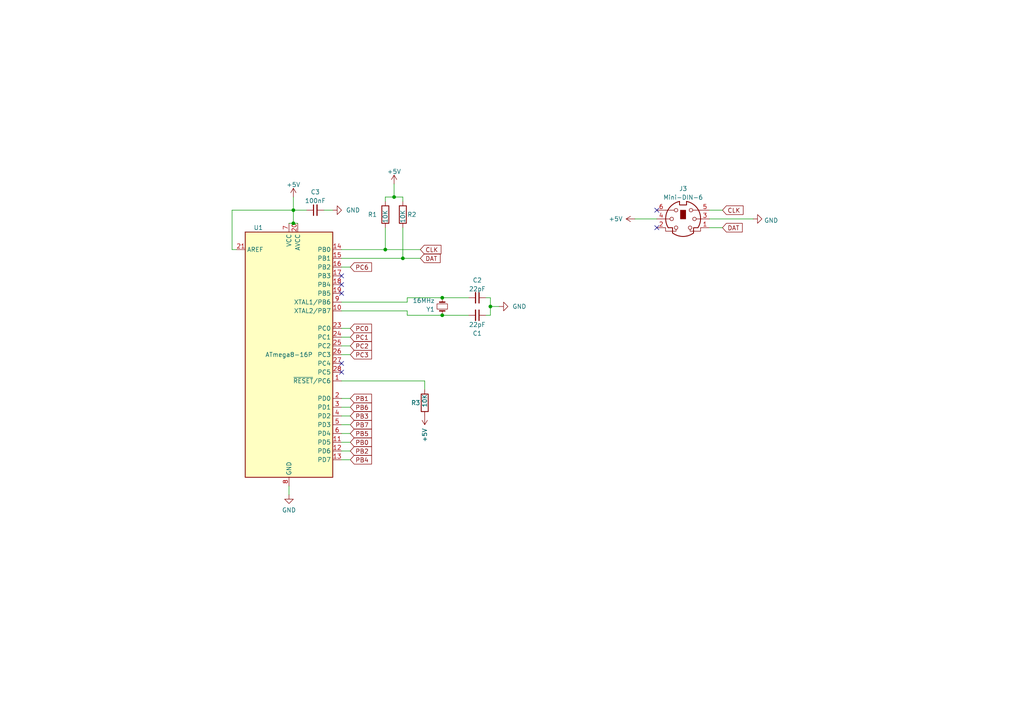
<source format=kicad_sch>
(kicad_sch (version 20211123) (generator eeschema)

  (uuid b3120609-1061-45d1-8bcb-14b4086c66f0)

  (paper "A4")

  (lib_symbols
    (symbol "Connector:Mini-DIN-6" (pin_names (offset 1.016)) (in_bom yes) (on_board yes)
      (property "Reference" "J" (id 0) (at 0 6.35 0)
        (effects (font (size 1.27 1.27)))
      )
      (property "Value" "Mini-DIN-6" (id 1) (at 0 -6.35 0)
        (effects (font (size 1.27 1.27)))
      )
      (property "Footprint" "" (id 2) (at 0 0 0)
        (effects (font (size 1.27 1.27)) hide)
      )
      (property "Datasheet" "http://service.powerdynamics.com/ec/Catalog17/Section%2011.pdf" (id 3) (at 0 0 0)
        (effects (font (size 1.27 1.27)) hide)
      )
      (property "ki_keywords" "Mini-DIN" (id 4) (at 0 0 0)
        (effects (font (size 1.27 1.27)) hide)
      )
      (property "ki_description" "6-pin Mini-DIN connector" (id 5) (at 0 0 0)
        (effects (font (size 1.27 1.27)) hide)
      )
      (property "ki_fp_filters" "MINI?DIN*" (id 6) (at 0 0 0)
        (effects (font (size 1.27 1.27)) hide)
      )
      (symbol "Mini-DIN-6_0_1"
        (circle (center -3.302 0) (radius 0.508)
          (stroke (width 0) (type default) (color 0 0 0 0))
          (fill (type none))
        )
        (arc (start -3.048 -4.064) (mid 0 -5.08) (end 3.048 -4.064)
          (stroke (width 0.254) (type default) (color 0 0 0 0))
          (fill (type none))
        )
        (circle (center -2.032 -2.54) (radius 0.508)
          (stroke (width 0) (type default) (color 0 0 0 0))
          (fill (type none))
        )
        (circle (center -2.032 2.54) (radius 0.508)
          (stroke (width 0) (type default) (color 0 0 0 0))
          (fill (type none))
        )
        (arc (start -1.016 5.08) (mid -4.6228 2.1214) (end -4.318 -2.54)
          (stroke (width 0.254) (type default) (color 0 0 0 0))
          (fill (type none))
        )
        (rectangle (start -0.762 2.54) (end 0.762 0)
          (stroke (width 0) (type default) (color 0 0 0 0))
          (fill (type outline))
        )
        (polyline
          (pts
            (xy -3.81 0)
            (xy -5.08 0)
          )
          (stroke (width 0) (type default) (color 0 0 0 0))
          (fill (type none))
        )
        (polyline
          (pts
            (xy -2.54 2.54)
            (xy -5.08 2.54)
          )
          (stroke (width 0) (type default) (color 0 0 0 0))
          (fill (type none))
        )
        (polyline
          (pts
            (xy 2.794 2.54)
            (xy 5.08 2.54)
          )
          (stroke (width 0) (type default) (color 0 0 0 0))
          (fill (type none))
        )
        (polyline
          (pts
            (xy 5.08 0)
            (xy 3.81 0)
          )
          (stroke (width 0) (type default) (color 0 0 0 0))
          (fill (type none))
        )
        (polyline
          (pts
            (xy -4.318 -2.54)
            (xy -3.048 -2.54)
            (xy -3.048 -4.064)
          )
          (stroke (width 0.254) (type default) (color 0 0 0 0))
          (fill (type none))
        )
        (polyline
          (pts
            (xy 4.318 -2.54)
            (xy 3.048 -2.54)
            (xy 3.048 -4.064)
          )
          (stroke (width 0.254) (type default) (color 0 0 0 0))
          (fill (type none))
        )
        (polyline
          (pts
            (xy -2.032 -3.048)
            (xy -2.032 -3.556)
            (xy -5.08 -3.556)
            (xy -5.08 -2.54)
          )
          (stroke (width 0) (type default) (color 0 0 0 0))
          (fill (type none))
        )
        (polyline
          (pts
            (xy -1.016 5.08)
            (xy -1.016 4.064)
            (xy 1.016 4.064)
            (xy 1.016 5.08)
          )
          (stroke (width 0.254) (type default) (color 0 0 0 0))
          (fill (type none))
        )
        (polyline
          (pts
            (xy 2.032 -3.048)
            (xy 2.032 -3.556)
            (xy 5.08 -3.556)
            (xy 5.08 -2.54)
          )
          (stroke (width 0) (type default) (color 0 0 0 0))
          (fill (type none))
        )
        (circle (center 2.032 -2.54) (radius 0.508)
          (stroke (width 0) (type default) (color 0 0 0 0))
          (fill (type none))
        )
        (circle (center 2.286 2.54) (radius 0.508)
          (stroke (width 0) (type default) (color 0 0 0 0))
          (fill (type none))
        )
        (circle (center 3.302 0) (radius 0.508)
          (stroke (width 0) (type default) (color 0 0 0 0))
          (fill (type none))
        )
        (arc (start 4.318 -2.54) (mid 4.6661 2.1322) (end 1.016 5.08)
          (stroke (width 0.254) (type default) (color 0 0 0 0))
          (fill (type none))
        )
      )
      (symbol "Mini-DIN-6_1_1"
        (pin passive line (at 7.62 -2.54 180) (length 2.54)
          (name "~" (effects (font (size 1.27 1.27))))
          (number "1" (effects (font (size 1.27 1.27))))
        )
        (pin passive line (at -7.62 -2.54 0) (length 2.54)
          (name "~" (effects (font (size 1.27 1.27))))
          (number "2" (effects (font (size 1.27 1.27))))
        )
        (pin passive line (at 7.62 0 180) (length 2.54)
          (name "~" (effects (font (size 1.27 1.27))))
          (number "3" (effects (font (size 1.27 1.27))))
        )
        (pin passive line (at -7.62 0 0) (length 2.54)
          (name "~" (effects (font (size 1.27 1.27))))
          (number "4" (effects (font (size 1.27 1.27))))
        )
        (pin passive line (at 7.62 2.54 180) (length 2.54)
          (name "~" (effects (font (size 1.27 1.27))))
          (number "5" (effects (font (size 1.27 1.27))))
        )
        (pin passive line (at -7.62 2.54 0) (length 2.54)
          (name "~" (effects (font (size 1.27 1.27))))
          (number "6" (effects (font (size 1.27 1.27))))
        )
      )
    )
    (symbol "Device:C_Small" (pin_numbers hide) (pin_names (offset 0.254) hide) (in_bom yes) (on_board yes)
      (property "Reference" "C" (id 0) (at 0.254 1.778 0)
        (effects (font (size 1.27 1.27)) (justify left))
      )
      (property "Value" "C_Small" (id 1) (at 0.254 -2.032 0)
        (effects (font (size 1.27 1.27)) (justify left))
      )
      (property "Footprint" "" (id 2) (at 0 0 0)
        (effects (font (size 1.27 1.27)) hide)
      )
      (property "Datasheet" "~" (id 3) (at 0 0 0)
        (effects (font (size 1.27 1.27)) hide)
      )
      (property "ki_keywords" "capacitor cap" (id 4) (at 0 0 0)
        (effects (font (size 1.27 1.27)) hide)
      )
      (property "ki_description" "Unpolarized capacitor, small symbol" (id 5) (at 0 0 0)
        (effects (font (size 1.27 1.27)) hide)
      )
      (property "ki_fp_filters" "C_*" (id 6) (at 0 0 0)
        (effects (font (size 1.27 1.27)) hide)
      )
      (symbol "C_Small_0_1"
        (polyline
          (pts
            (xy -1.524 -0.508)
            (xy 1.524 -0.508)
          )
          (stroke (width 0.3302) (type default) (color 0 0 0 0))
          (fill (type none))
        )
        (polyline
          (pts
            (xy -1.524 0.508)
            (xy 1.524 0.508)
          )
          (stroke (width 0.3048) (type default) (color 0 0 0 0))
          (fill (type none))
        )
      )
      (symbol "C_Small_1_1"
        (pin passive line (at 0 2.54 270) (length 2.032)
          (name "~" (effects (font (size 1.27 1.27))))
          (number "1" (effects (font (size 1.27 1.27))))
        )
        (pin passive line (at 0 -2.54 90) (length 2.032)
          (name "~" (effects (font (size 1.27 1.27))))
          (number "2" (effects (font (size 1.27 1.27))))
        )
      )
    )
    (symbol "Device:Crystal_Small" (pin_numbers hide) (pin_names (offset 1.016) hide) (in_bom yes) (on_board yes)
      (property "Reference" "Y" (id 0) (at 0 2.54 0)
        (effects (font (size 1.27 1.27)))
      )
      (property "Value" "Crystal_Small" (id 1) (at 0 -2.54 0)
        (effects (font (size 1.27 1.27)))
      )
      (property "Footprint" "" (id 2) (at 0 0 0)
        (effects (font (size 1.27 1.27)) hide)
      )
      (property "Datasheet" "~" (id 3) (at 0 0 0)
        (effects (font (size 1.27 1.27)) hide)
      )
      (property "ki_keywords" "quartz ceramic resonator oscillator" (id 4) (at 0 0 0)
        (effects (font (size 1.27 1.27)) hide)
      )
      (property "ki_description" "Two pin crystal, small symbol" (id 5) (at 0 0 0)
        (effects (font (size 1.27 1.27)) hide)
      )
      (property "ki_fp_filters" "Crystal*" (id 6) (at 0 0 0)
        (effects (font (size 1.27 1.27)) hide)
      )
      (symbol "Crystal_Small_0_1"
        (rectangle (start -0.762 -1.524) (end 0.762 1.524)
          (stroke (width 0) (type default) (color 0 0 0 0))
          (fill (type none))
        )
        (polyline
          (pts
            (xy -1.27 -0.762)
            (xy -1.27 0.762)
          )
          (stroke (width 0.381) (type default) (color 0 0 0 0))
          (fill (type none))
        )
        (polyline
          (pts
            (xy 1.27 -0.762)
            (xy 1.27 0.762)
          )
          (stroke (width 0.381) (type default) (color 0 0 0 0))
          (fill (type none))
        )
      )
      (symbol "Crystal_Small_1_1"
        (pin passive line (at -2.54 0 0) (length 1.27)
          (name "1" (effects (font (size 1.27 1.27))))
          (number "1" (effects (font (size 1.27 1.27))))
        )
        (pin passive line (at 2.54 0 180) (length 1.27)
          (name "2" (effects (font (size 1.27 1.27))))
          (number "2" (effects (font (size 1.27 1.27))))
        )
      )
    )
    (symbol "Device:R" (pin_numbers hide) (pin_names (offset 0)) (in_bom yes) (on_board yes)
      (property "Reference" "R" (id 0) (at 2.032 0 90)
        (effects (font (size 1.27 1.27)))
      )
      (property "Value" "R" (id 1) (at 0 0 90)
        (effects (font (size 1.27 1.27)))
      )
      (property "Footprint" "" (id 2) (at -1.778 0 90)
        (effects (font (size 1.27 1.27)) hide)
      )
      (property "Datasheet" "~" (id 3) (at 0 0 0)
        (effects (font (size 1.27 1.27)) hide)
      )
      (property "ki_keywords" "R res resistor" (id 4) (at 0 0 0)
        (effects (font (size 1.27 1.27)) hide)
      )
      (property "ki_description" "Resistor" (id 5) (at 0 0 0)
        (effects (font (size 1.27 1.27)) hide)
      )
      (property "ki_fp_filters" "R_*" (id 6) (at 0 0 0)
        (effects (font (size 1.27 1.27)) hide)
      )
      (symbol "R_0_1"
        (rectangle (start -1.016 -2.54) (end 1.016 2.54)
          (stroke (width 0.254) (type default) (color 0 0 0 0))
          (fill (type none))
        )
      )
      (symbol "R_1_1"
        (pin passive line (at 0 3.81 270) (length 1.27)
          (name "~" (effects (font (size 1.27 1.27))))
          (number "1" (effects (font (size 1.27 1.27))))
        )
        (pin passive line (at 0 -3.81 90) (length 1.27)
          (name "~" (effects (font (size 1.27 1.27))))
          (number "2" (effects (font (size 1.27 1.27))))
        )
      )
    )
    (symbol "MCU_Microchip_ATmega:ATmega328P-P" (in_bom yes) (on_board yes)
      (property "Reference" "U" (id 0) (at -12.7 36.83 0)
        (effects (font (size 1.27 1.27)) (justify left bottom))
      )
      (property "Value" "ATmega328P-P" (id 1) (at 2.54 -36.83 0)
        (effects (font (size 1.27 1.27)) (justify left top))
      )
      (property "Footprint" "Package_DIP:DIP-28_W7.62mm" (id 2) (at 0 0 0)
        (effects (font (size 1.27 1.27) italic) hide)
      )
      (property "Datasheet" "http://ww1.microchip.com/downloads/en/DeviceDoc/ATmega328_P%20AVR%20MCU%20with%20picoPower%20Technology%20Data%20Sheet%2040001984A.pdf" (id 3) (at 0 0 0)
        (effects (font (size 1.27 1.27)) hide)
      )
      (property "ki_keywords" "AVR 8bit Microcontroller MegaAVR PicoPower" (id 4) (at 0 0 0)
        (effects (font (size 1.27 1.27)) hide)
      )
      (property "ki_description" "20MHz, 32kB Flash, 2kB SRAM, 1kB EEPROM, DIP-28" (id 5) (at 0 0 0)
        (effects (font (size 1.27 1.27)) hide)
      )
      (property "ki_fp_filters" "DIP*W7.62mm*" (id 6) (at 0 0 0)
        (effects (font (size 1.27 1.27)) hide)
      )
      (symbol "ATmega328P-P_0_1"
        (rectangle (start -12.7 -35.56) (end 12.7 35.56)
          (stroke (width 0.254) (type default) (color 0 0 0 0))
          (fill (type background))
        )
      )
      (symbol "ATmega328P-P_1_1"
        (pin bidirectional line (at 15.24 -7.62 180) (length 2.54)
          (name "~{RESET}/PC6" (effects (font (size 1.27 1.27))))
          (number "1" (effects (font (size 1.27 1.27))))
        )
        (pin bidirectional line (at 15.24 12.7 180) (length 2.54)
          (name "XTAL2/PB7" (effects (font (size 1.27 1.27))))
          (number "10" (effects (font (size 1.27 1.27))))
        )
        (pin bidirectional line (at 15.24 -25.4 180) (length 2.54)
          (name "PD5" (effects (font (size 1.27 1.27))))
          (number "11" (effects (font (size 1.27 1.27))))
        )
        (pin bidirectional line (at 15.24 -27.94 180) (length 2.54)
          (name "PD6" (effects (font (size 1.27 1.27))))
          (number "12" (effects (font (size 1.27 1.27))))
        )
        (pin bidirectional line (at 15.24 -30.48 180) (length 2.54)
          (name "PD7" (effects (font (size 1.27 1.27))))
          (number "13" (effects (font (size 1.27 1.27))))
        )
        (pin bidirectional line (at 15.24 30.48 180) (length 2.54)
          (name "PB0" (effects (font (size 1.27 1.27))))
          (number "14" (effects (font (size 1.27 1.27))))
        )
        (pin bidirectional line (at 15.24 27.94 180) (length 2.54)
          (name "PB1" (effects (font (size 1.27 1.27))))
          (number "15" (effects (font (size 1.27 1.27))))
        )
        (pin bidirectional line (at 15.24 25.4 180) (length 2.54)
          (name "PB2" (effects (font (size 1.27 1.27))))
          (number "16" (effects (font (size 1.27 1.27))))
        )
        (pin bidirectional line (at 15.24 22.86 180) (length 2.54)
          (name "PB3" (effects (font (size 1.27 1.27))))
          (number "17" (effects (font (size 1.27 1.27))))
        )
        (pin bidirectional line (at 15.24 20.32 180) (length 2.54)
          (name "PB4" (effects (font (size 1.27 1.27))))
          (number "18" (effects (font (size 1.27 1.27))))
        )
        (pin bidirectional line (at 15.24 17.78 180) (length 2.54)
          (name "PB5" (effects (font (size 1.27 1.27))))
          (number "19" (effects (font (size 1.27 1.27))))
        )
        (pin bidirectional line (at 15.24 -12.7 180) (length 2.54)
          (name "PD0" (effects (font (size 1.27 1.27))))
          (number "2" (effects (font (size 1.27 1.27))))
        )
        (pin power_in line (at 2.54 38.1 270) (length 2.54)
          (name "AVCC" (effects (font (size 1.27 1.27))))
          (number "20" (effects (font (size 1.27 1.27))))
        )
        (pin passive line (at -15.24 30.48 0) (length 2.54)
          (name "AREF" (effects (font (size 1.27 1.27))))
          (number "21" (effects (font (size 1.27 1.27))))
        )
        (pin passive line (at 0 -38.1 90) (length 2.54) hide
          (name "GND" (effects (font (size 1.27 1.27))))
          (number "22" (effects (font (size 1.27 1.27))))
        )
        (pin bidirectional line (at 15.24 7.62 180) (length 2.54)
          (name "PC0" (effects (font (size 1.27 1.27))))
          (number "23" (effects (font (size 1.27 1.27))))
        )
        (pin bidirectional line (at 15.24 5.08 180) (length 2.54)
          (name "PC1" (effects (font (size 1.27 1.27))))
          (number "24" (effects (font (size 1.27 1.27))))
        )
        (pin bidirectional line (at 15.24 2.54 180) (length 2.54)
          (name "PC2" (effects (font (size 1.27 1.27))))
          (number "25" (effects (font (size 1.27 1.27))))
        )
        (pin bidirectional line (at 15.24 0 180) (length 2.54)
          (name "PC3" (effects (font (size 1.27 1.27))))
          (number "26" (effects (font (size 1.27 1.27))))
        )
        (pin bidirectional line (at 15.24 -2.54 180) (length 2.54)
          (name "PC4" (effects (font (size 1.27 1.27))))
          (number "27" (effects (font (size 1.27 1.27))))
        )
        (pin bidirectional line (at 15.24 -5.08 180) (length 2.54)
          (name "PC5" (effects (font (size 1.27 1.27))))
          (number "28" (effects (font (size 1.27 1.27))))
        )
        (pin bidirectional line (at 15.24 -15.24 180) (length 2.54)
          (name "PD1" (effects (font (size 1.27 1.27))))
          (number "3" (effects (font (size 1.27 1.27))))
        )
        (pin bidirectional line (at 15.24 -17.78 180) (length 2.54)
          (name "PD2" (effects (font (size 1.27 1.27))))
          (number "4" (effects (font (size 1.27 1.27))))
        )
        (pin bidirectional line (at 15.24 -20.32 180) (length 2.54)
          (name "PD3" (effects (font (size 1.27 1.27))))
          (number "5" (effects (font (size 1.27 1.27))))
        )
        (pin bidirectional line (at 15.24 -22.86 180) (length 2.54)
          (name "PD4" (effects (font (size 1.27 1.27))))
          (number "6" (effects (font (size 1.27 1.27))))
        )
        (pin power_in line (at 0 38.1 270) (length 2.54)
          (name "VCC" (effects (font (size 1.27 1.27))))
          (number "7" (effects (font (size 1.27 1.27))))
        )
        (pin power_in line (at 0 -38.1 90) (length 2.54)
          (name "GND" (effects (font (size 1.27 1.27))))
          (number "8" (effects (font (size 1.27 1.27))))
        )
        (pin bidirectional line (at 15.24 15.24 180) (length 2.54)
          (name "XTAL1/PB6" (effects (font (size 1.27 1.27))))
          (number "9" (effects (font (size 1.27 1.27))))
        )
      )
    )
    (symbol "power:+5V" (power) (pin_names (offset 0)) (in_bom yes) (on_board yes)
      (property "Reference" "#PWR" (id 0) (at 0 -3.81 0)
        (effects (font (size 1.27 1.27)) hide)
      )
      (property "Value" "+5V" (id 1) (at 0 3.556 0)
        (effects (font (size 1.27 1.27)))
      )
      (property "Footprint" "" (id 2) (at 0 0 0)
        (effects (font (size 1.27 1.27)) hide)
      )
      (property "Datasheet" "" (id 3) (at 0 0 0)
        (effects (font (size 1.27 1.27)) hide)
      )
      (property "ki_keywords" "power-flag" (id 4) (at 0 0 0)
        (effects (font (size 1.27 1.27)) hide)
      )
      (property "ki_description" "Power symbol creates a global label with name \"+5V\"" (id 5) (at 0 0 0)
        (effects (font (size 1.27 1.27)) hide)
      )
      (symbol "+5V_0_1"
        (polyline
          (pts
            (xy -0.762 1.27)
            (xy 0 2.54)
          )
          (stroke (width 0) (type default) (color 0 0 0 0))
          (fill (type none))
        )
        (polyline
          (pts
            (xy 0 0)
            (xy 0 2.54)
          )
          (stroke (width 0) (type default) (color 0 0 0 0))
          (fill (type none))
        )
        (polyline
          (pts
            (xy 0 2.54)
            (xy 0.762 1.27)
          )
          (stroke (width 0) (type default) (color 0 0 0 0))
          (fill (type none))
        )
      )
      (symbol "+5V_1_1"
        (pin power_in line (at 0 0 90) (length 0) hide
          (name "+5V" (effects (font (size 1.27 1.27))))
          (number "1" (effects (font (size 1.27 1.27))))
        )
      )
    )
    (symbol "power:GND" (power) (pin_names (offset 0)) (in_bom yes) (on_board yes)
      (property "Reference" "#PWR" (id 0) (at 0 -6.35 0)
        (effects (font (size 1.27 1.27)) hide)
      )
      (property "Value" "GND" (id 1) (at 0 -3.81 0)
        (effects (font (size 1.27 1.27)))
      )
      (property "Footprint" "" (id 2) (at 0 0 0)
        (effects (font (size 1.27 1.27)) hide)
      )
      (property "Datasheet" "" (id 3) (at 0 0 0)
        (effects (font (size 1.27 1.27)) hide)
      )
      (property "ki_keywords" "power-flag" (id 4) (at 0 0 0)
        (effects (font (size 1.27 1.27)) hide)
      )
      (property "ki_description" "Power symbol creates a global label with name \"GND\" , ground" (id 5) (at 0 0 0)
        (effects (font (size 1.27 1.27)) hide)
      )
      (symbol "GND_0_1"
        (polyline
          (pts
            (xy 0 0)
            (xy 0 -1.27)
            (xy 1.27 -1.27)
            (xy 0 -2.54)
            (xy -1.27 -1.27)
            (xy 0 -1.27)
          )
          (stroke (width 0) (type default) (color 0 0 0 0))
          (fill (type none))
        )
      )
      (symbol "GND_1_1"
        (pin power_in line (at 0 0 270) (length 0) hide
          (name "GND" (effects (font (size 1.27 1.27))))
          (number "1" (effects (font (size 1.27 1.27))))
        )
      )
    )
  )

  (junction (at 128.27 91.44) (diameter 0) (color 0 0 0 0)
    (uuid 03558bf1-0718-47dc-a2e5-9b7f3c6a9c11)
  )
  (junction (at 111.76 72.39) (diameter 0) (color 0 0 0 0)
    (uuid 156fec0e-e94c-43bf-bf31-c7d2a37ae570)
  )
  (junction (at 128.27 86.36) (diameter 0) (color 0 0 0 0)
    (uuid 2262f263-9c8c-4695-9907-2ce2131857d7)
  )
  (junction (at 114.3 57.15) (diameter 0) (color 0 0 0 0)
    (uuid 2d036170-682a-4f88-a33a-83ae9437b435)
  )
  (junction (at 85.09 60.96) (diameter 0) (color 0 0 0 0)
    (uuid 838fea32-3f99-4859-994c-976da3b55767)
  )
  (junction (at 116.84 74.93) (diameter 0) (color 0 0 0 0)
    (uuid af0ff72a-bbb4-4a4b-8d27-2b674139ec8c)
  )
  (junction (at 142.24 88.9) (diameter 0) (color 0 0 0 0)
    (uuid b1a2f73a-4609-418f-a9a8-eb82d48eae9e)
  )
  (junction (at 85.09 64.77) (diameter 0) (color 0 0 0 0)
    (uuid d94a9520-2a19-4d3c-87f9-229ff891315a)
  )

  (no_connect (at 190.5 60.96) (uuid 462e863b-067d-4cba-bfd7-19d8b0876477))
  (no_connect (at 190.5 66.04) (uuid 462e863b-067d-4cba-bfd7-19d8b0876478))
  (no_connect (at 99.06 80.01) (uuid ac59e6cd-4cab-4cd4-a112-c1e59c65474e))
  (no_connect (at 99.06 85.09) (uuid ac59e6cd-4cab-4cd4-a112-c1e59c65474f))
  (no_connect (at 99.06 82.55) (uuid ac59e6cd-4cab-4cd4-a112-c1e59c654750))
  (no_connect (at 99.06 105.41) (uuid bcbc59ed-609b-4013-a2fc-e749ef8ef1a1))
  (no_connect (at 99.06 107.95) (uuid bcbc59ed-609b-4013-a2fc-e749ef8ef1a2))

  (wire (pts (xy 99.06 110.49) (xy 123.19 110.49))
    (stroke (width 0) (type default) (color 0 0 0 0))
    (uuid 01a4d32a-d478-4420-86b0-87de6f3762ed)
  )
  (wire (pts (xy 85.09 57.15) (xy 85.09 60.96))
    (stroke (width 0) (type default) (color 0 0 0 0))
    (uuid 02316f26-6fb9-402f-affb-cd2948c69644)
  )
  (wire (pts (xy 99.06 130.81) (xy 101.6 130.81))
    (stroke (width 0) (type default) (color 0 0 0 0))
    (uuid 077bdabc-967b-427a-b96c-d3c32ff317fe)
  )
  (wire (pts (xy 85.09 60.96) (xy 88.9 60.96))
    (stroke (width 0) (type default) (color 0 0 0 0))
    (uuid 07ce8b49-c8e6-493b-869d-45f6c2a8b3dc)
  )
  (wire (pts (xy 85.09 60.96) (xy 85.09 64.77))
    (stroke (width 0) (type default) (color 0 0 0 0))
    (uuid 203c3e2f-29a4-4035-86fe-07465a3745ee)
  )
  (wire (pts (xy 111.76 57.15) (xy 114.3 57.15))
    (stroke (width 0) (type default) (color 0 0 0 0))
    (uuid 209f56aa-b7c4-4a7a-b86d-d00309d20818)
  )
  (wire (pts (xy 114.3 53.34) (xy 114.3 57.15))
    (stroke (width 0) (type default) (color 0 0 0 0))
    (uuid 226f469e-5aca-448e-9da2-c1f3324163eb)
  )
  (wire (pts (xy 99.06 102.87) (xy 101.6 102.87))
    (stroke (width 0) (type default) (color 0 0 0 0))
    (uuid 23b47a25-4844-43b4-95bd-85d6b9fd3b95)
  )
  (wire (pts (xy 99.06 125.73) (xy 101.6 125.73))
    (stroke (width 0) (type default) (color 0 0 0 0))
    (uuid 25e6b87f-ebb1-48dd-be7b-7c2f735b66b9)
  )
  (wire (pts (xy 111.76 72.39) (xy 121.92 72.39))
    (stroke (width 0) (type default) (color 0 0 0 0))
    (uuid 2cf423ce-673a-4d2a-aad4-e4f6d80524ca)
  )
  (wire (pts (xy 142.24 86.36) (xy 140.97 86.36))
    (stroke (width 0) (type default) (color 0 0 0 0))
    (uuid 2e6ce9ba-f409-47cc-9606-88bbf0389fb1)
  )
  (wire (pts (xy 184.15 63.5) (xy 190.5 63.5))
    (stroke (width 0) (type default) (color 0 0 0 0))
    (uuid 32371e60-f5b4-4a2f-8279-a8e3f971a0a1)
  )
  (wire (pts (xy 99.06 123.19) (xy 101.6 123.19))
    (stroke (width 0) (type default) (color 0 0 0 0))
    (uuid 40413d1a-e7e0-4f01-b2bc-ecccd774e768)
  )
  (wire (pts (xy 93.98 60.96) (xy 96.52 60.96))
    (stroke (width 0) (type default) (color 0 0 0 0))
    (uuid 44d97277-ac70-4e59-a399-3c7e808dc6ff)
  )
  (wire (pts (xy 135.89 86.36) (xy 128.27 86.36))
    (stroke (width 0) (type default) (color 0 0 0 0))
    (uuid 46ecfde1-9da7-4c6d-ab59-2d971922c16f)
  )
  (wire (pts (xy 205.74 60.96) (xy 209.55 60.96))
    (stroke (width 0) (type default) (color 0 0 0 0))
    (uuid 5e67d6fb-2467-4636-ace8-88c4364b4f3c)
  )
  (wire (pts (xy 111.76 58.42) (xy 111.76 57.15))
    (stroke (width 0) (type default) (color 0 0 0 0))
    (uuid 61c8f3b4-5e96-466a-b634-d60801419bb9)
  )
  (wire (pts (xy 118.11 86.36) (xy 118.11 87.63))
    (stroke (width 0) (type default) (color 0 0 0 0))
    (uuid 62954bd2-2a75-43c8-94df-dcc38667cd37)
  )
  (wire (pts (xy 99.06 128.27) (xy 101.6 128.27))
    (stroke (width 0) (type default) (color 0 0 0 0))
    (uuid 66b5f195-c6fa-4466-af82-7360ca563010)
  )
  (wire (pts (xy 128.27 86.36) (xy 118.11 86.36))
    (stroke (width 0) (type default) (color 0 0 0 0))
    (uuid 6d484e69-962c-4771-9e0e-b78724bb61ae)
  )
  (wire (pts (xy 67.31 72.39) (xy 67.31 60.96))
    (stroke (width 0) (type default) (color 0 0 0 0))
    (uuid 6fce9951-bf8d-4194-972a-7c4277d692f2)
  )
  (wire (pts (xy 128.27 91.44) (xy 118.11 91.44))
    (stroke (width 0) (type default) (color 0 0 0 0))
    (uuid 74b9b149-d79c-45c4-86e7-a46ca1e780a7)
  )
  (wire (pts (xy 99.06 72.39) (xy 111.76 72.39))
    (stroke (width 0) (type default) (color 0 0 0 0))
    (uuid 78f02afb-7174-4117-b554-600ca90783ce)
  )
  (wire (pts (xy 142.24 91.44) (xy 142.24 88.9))
    (stroke (width 0) (type default) (color 0 0 0 0))
    (uuid 7a6bb416-e05c-4bcc-a51d-3a6825989033)
  )
  (wire (pts (xy 118.11 91.44) (xy 118.11 90.17))
    (stroke (width 0) (type default) (color 0 0 0 0))
    (uuid 7d20c25c-904f-440b-9ffa-2661e2eb5bf8)
  )
  (wire (pts (xy 99.06 97.79) (xy 101.6 97.79))
    (stroke (width 0) (type default) (color 0 0 0 0))
    (uuid 82b59db3-b2b5-489d-baf4-490f2a5aeef2)
  )
  (wire (pts (xy 85.09 64.77) (xy 86.36 64.77))
    (stroke (width 0) (type default) (color 0 0 0 0))
    (uuid 87822490-8dcf-4426-a020-d98f800f8584)
  )
  (wire (pts (xy 116.84 57.15) (xy 116.84 58.42))
    (stroke (width 0) (type default) (color 0 0 0 0))
    (uuid 8c3f5d31-774e-4047-b753-120b9474faf5)
  )
  (wire (pts (xy 99.06 87.63) (xy 118.11 87.63))
    (stroke (width 0) (type default) (color 0 0 0 0))
    (uuid 9101223b-750a-4da9-bc14-27c94fdb8616)
  )
  (wire (pts (xy 83.82 64.77) (xy 85.09 64.77))
    (stroke (width 0) (type default) (color 0 0 0 0))
    (uuid 92cbd58c-929c-4392-9868-0eb1ffed3bfd)
  )
  (wire (pts (xy 99.06 77.47) (xy 101.6 77.47))
    (stroke (width 0) (type default) (color 0 0 0 0))
    (uuid a0704ef3-2dd3-4b0b-9d14-13fa997d3cf9)
  )
  (wire (pts (xy 135.89 91.44) (xy 128.27 91.44))
    (stroke (width 0) (type default) (color 0 0 0 0))
    (uuid a9243194-d951-444e-aebb-1d7a4047321d)
  )
  (wire (pts (xy 68.58 72.39) (xy 67.31 72.39))
    (stroke (width 0) (type default) (color 0 0 0 0))
    (uuid a987596e-8e51-4b52-9e4c-06ae4bddb9dd)
  )
  (wire (pts (xy 99.06 120.65) (xy 101.6 120.65))
    (stroke (width 0) (type default) (color 0 0 0 0))
    (uuid b0a3c0d9-51b7-4728-9a19-0faeacf09a3f)
  )
  (wire (pts (xy 144.78 88.9) (xy 142.24 88.9))
    (stroke (width 0) (type default) (color 0 0 0 0))
    (uuid b84ca3e5-daf5-452e-a9d4-7dcfc06b6a2c)
  )
  (wire (pts (xy 99.06 95.25) (xy 101.6 95.25))
    (stroke (width 0) (type default) (color 0 0 0 0))
    (uuid bf85b41a-1453-421c-8745-9a5016d57021)
  )
  (wire (pts (xy 116.84 74.93) (xy 121.92 74.93))
    (stroke (width 0) (type default) (color 0 0 0 0))
    (uuid cda31d23-00d0-4aa3-b2d1-ac3df18133a2)
  )
  (wire (pts (xy 123.19 113.03) (xy 123.19 110.49))
    (stroke (width 0) (type default) (color 0 0 0 0))
    (uuid cf40a813-6af8-4037-9083-9c0665a81d3e)
  )
  (wire (pts (xy 205.74 63.5) (xy 218.44 63.5))
    (stroke (width 0) (type default) (color 0 0 0 0))
    (uuid d093f2d2-0ca4-4b8e-98ec-81081be9b5ba)
  )
  (wire (pts (xy 99.06 90.17) (xy 118.11 90.17))
    (stroke (width 0) (type default) (color 0 0 0 0))
    (uuid d194ef72-bf9b-46f3-b4b4-6f3e387a4360)
  )
  (wire (pts (xy 116.84 66.04) (xy 116.84 74.93))
    (stroke (width 0) (type default) (color 0 0 0 0))
    (uuid d5bd1425-a4d6-43f0-88f3-f5c0373c1250)
  )
  (wire (pts (xy 142.24 88.9) (xy 142.24 86.36))
    (stroke (width 0) (type default) (color 0 0 0 0))
    (uuid d5f03fa1-f596-479e-9979-8fe9e31ffdcf)
  )
  (wire (pts (xy 99.06 118.11) (xy 101.6 118.11))
    (stroke (width 0) (type default) (color 0 0 0 0))
    (uuid db1d93be-274b-4b48-b700-cfa5322aeb18)
  )
  (wire (pts (xy 99.06 133.35) (xy 101.6 133.35))
    (stroke (width 0) (type default) (color 0 0 0 0))
    (uuid e0680085-2cbd-4a3e-9454-ada42bc6ce9e)
  )
  (wire (pts (xy 205.74 66.04) (xy 209.55 66.04))
    (stroke (width 0) (type default) (color 0 0 0 0))
    (uuid e942d954-87db-485a-bbc5-e8cfd2373146)
  )
  (wire (pts (xy 67.31 60.96) (xy 85.09 60.96))
    (stroke (width 0) (type default) (color 0 0 0 0))
    (uuid e950bd79-3631-4c07-a36d-6d323d16b3bc)
  )
  (wire (pts (xy 99.06 74.93) (xy 116.84 74.93))
    (stroke (width 0) (type default) (color 0 0 0 0))
    (uuid eb447515-5dee-4764-a299-4004e6a49a03)
  )
  (wire (pts (xy 140.97 91.44) (xy 142.24 91.44))
    (stroke (width 0) (type default) (color 0 0 0 0))
    (uuid ecde10da-0eba-462d-80ba-7e587870d291)
  )
  (wire (pts (xy 99.06 100.33) (xy 101.6 100.33))
    (stroke (width 0) (type default) (color 0 0 0 0))
    (uuid ee720737-db21-44d1-acdf-94cbffae5f83)
  )
  (wire (pts (xy 114.3 57.15) (xy 116.84 57.15))
    (stroke (width 0) (type default) (color 0 0 0 0))
    (uuid eee17ca0-0979-49e2-8e95-8737524cb21b)
  )
  (wire (pts (xy 83.82 140.97) (xy 83.82 143.51))
    (stroke (width 0) (type default) (color 0 0 0 0))
    (uuid fd2c96de-ce28-469e-95f7-e4fe92dcdc56)
  )
  (wire (pts (xy 111.76 66.04) (xy 111.76 72.39))
    (stroke (width 0) (type default) (color 0 0 0 0))
    (uuid ffbe8d42-bccb-4f5b-8511-a997c7ca31fa)
  )
  (wire (pts (xy 99.06 115.57) (xy 101.6 115.57))
    (stroke (width 0) (type default) (color 0 0 0 0))
    (uuid ffc8c48a-2ac5-421d-b6d3-eeb77944f177)
  )

  (global_label "PB3" (shape input) (at 101.6 120.65 0) (fields_autoplaced)
    (effects (font (size 1.27 1.27)) (justify left))
    (uuid 01d50f27-f5c4-469f-b6a9-ad546cf35867)
    (property "Intersheet References" "${INTERSHEET_REFS}" (id 0) (at 107.7626 120.5706 0)
      (effects (font (size 1.27 1.27)) (justify left) hide)
    )
  )
  (global_label "PB4" (shape input) (at 101.6 133.35 0) (fields_autoplaced)
    (effects (font (size 1.27 1.27)) (justify left))
    (uuid 107cb21c-2e62-40ee-856b-9b339e6f39c5)
    (property "Intersheet References" "${INTERSHEET_REFS}" (id 0) (at 107.7626 133.2706 0)
      (effects (font (size 1.27 1.27)) (justify left) hide)
    )
  )
  (global_label "PB1" (shape input) (at 101.6 115.57 0) (fields_autoplaced)
    (effects (font (size 1.27 1.27)) (justify left))
    (uuid 1bd00a95-c953-4693-beab-bf4e1e230377)
    (property "Intersheet References" "${INTERSHEET_REFS}" (id 0) (at 107.7626 115.4906 0)
      (effects (font (size 1.27 1.27)) (justify left) hide)
    )
  )
  (global_label "DAT" (shape input) (at 121.92 74.93 0) (fields_autoplaced)
    (effects (font (size 1.27 1.27)) (justify left))
    (uuid 1dc785dc-efda-443e-aeeb-5550e731ad94)
    (property "Intersheet References" "${INTERSHEET_REFS}" (id 0) (at 127.6593 74.8506 0)
      (effects (font (size 1.27 1.27)) (justify left) hide)
    )
  )
  (global_label "PC0" (shape input) (at 101.6 95.25 0) (fields_autoplaced)
    (effects (font (size 1.27 1.27)) (justify left))
    (uuid 28e3e24e-de94-4c98-8fe4-9949148fd5ee)
    (property "Intersheet References" "${INTERSHEET_REFS}" (id 0) (at 107.7626 95.1706 0)
      (effects (font (size 1.27 1.27)) (justify left) hide)
    )
  )
  (global_label "PC1" (shape input) (at 101.6 97.79 0) (fields_autoplaced)
    (effects (font (size 1.27 1.27)) (justify left))
    (uuid 380db1a2-370f-43ed-a0f4-4b97db703fae)
    (property "Intersheet References" "${INTERSHEET_REFS}" (id 0) (at 107.7626 97.7106 0)
      (effects (font (size 1.27 1.27)) (justify left) hide)
    )
  )
  (global_label "DAT" (shape input) (at 209.55 66.04 0) (fields_autoplaced)
    (effects (font (size 1.27 1.27)) (justify left))
    (uuid 4effe461-fd30-4f4a-9b2e-e994f796c85d)
    (property "Intersheet References" "${INTERSHEET_REFS}" (id 0) (at 215.2893 65.9606 0)
      (effects (font (size 1.27 1.27)) (justify left) hide)
    )
  )
  (global_label "PC2" (shape input) (at 101.6 100.33 0) (fields_autoplaced)
    (effects (font (size 1.27 1.27)) (justify left))
    (uuid 56d64de6-e2be-4f03-a635-db38a81c23c3)
    (property "Intersheet References" "${INTERSHEET_REFS}" (id 0) (at 107.7626 100.2506 0)
      (effects (font (size 1.27 1.27)) (justify left) hide)
    )
  )
  (global_label "CLK" (shape input) (at 121.92 72.39 0) (fields_autoplaced)
    (effects (font (size 1.27 1.27)) (justify left))
    (uuid 60086d50-e3d7-41c6-803d-0824ba3f7e1b)
    (property "Intersheet References" "${INTERSHEET_REFS}" (id 0) (at 127.9012 72.3106 0)
      (effects (font (size 1.27 1.27)) (justify left) hide)
    )
  )
  (global_label "PC3" (shape input) (at 101.6 102.87 0) (fields_autoplaced)
    (effects (font (size 1.27 1.27)) (justify left))
    (uuid 746f5074-6049-42a1-a4c8-314f0f72aee4)
    (property "Intersheet References" "${INTERSHEET_REFS}" (id 0) (at 107.7626 102.7906 0)
      (effects (font (size 1.27 1.27)) (justify left) hide)
    )
  )
  (global_label "PC6" (shape input) (at 101.6 77.47 0) (fields_autoplaced)
    (effects (font (size 1.27 1.27)) (justify left))
    (uuid 85dfa5dd-ba3e-4441-9934-949e126c2cfb)
    (property "Intersheet References" "${INTERSHEET_REFS}" (id 0) (at 107.7626 77.3906 0)
      (effects (font (size 1.27 1.27)) (justify left) hide)
    )
  )
  (global_label "PB6" (shape input) (at 101.6 118.11 0) (fields_autoplaced)
    (effects (font (size 1.27 1.27)) (justify left))
    (uuid a9123769-d752-4d2f-9627-8737610fd338)
    (property "Intersheet References" "${INTERSHEET_REFS}" (id 0) (at 107.7626 118.0306 0)
      (effects (font (size 1.27 1.27)) (justify left) hide)
    )
  )
  (global_label "PB2" (shape input) (at 101.6 130.81 0) (fields_autoplaced)
    (effects (font (size 1.27 1.27)) (justify left))
    (uuid b595044e-3ef7-4801-8331-712c17b50000)
    (property "Intersheet References" "${INTERSHEET_REFS}" (id 0) (at 107.7626 130.7306 0)
      (effects (font (size 1.27 1.27)) (justify left) hide)
    )
  )
  (global_label "PB5" (shape input) (at 101.6 125.73 0) (fields_autoplaced)
    (effects (font (size 1.27 1.27)) (justify left))
    (uuid ca7a14ae-d3c1-457a-9ede-3e2861cda6f8)
    (property "Intersheet References" "${INTERSHEET_REFS}" (id 0) (at 107.7626 125.6506 0)
      (effects (font (size 1.27 1.27)) (justify left) hide)
    )
  )
  (global_label "PB0" (shape input) (at 101.6 128.27 0) (fields_autoplaced)
    (effects (font (size 1.27 1.27)) (justify left))
    (uuid e65dcadb-a649-4128-b9f3-42921486e0ce)
    (property "Intersheet References" "${INTERSHEET_REFS}" (id 0) (at 107.7626 128.1906 0)
      (effects (font (size 1.27 1.27)) (justify left) hide)
    )
  )
  (global_label "PB7" (shape input) (at 101.6 123.19 0) (fields_autoplaced)
    (effects (font (size 1.27 1.27)) (justify left))
    (uuid e70375c2-773a-449f-8a57-dfc4c0ce6010)
    (property "Intersheet References" "${INTERSHEET_REFS}" (id 0) (at 107.7626 123.1106 0)
      (effects (font (size 1.27 1.27)) (justify left) hide)
    )
  )
  (global_label "CLK" (shape input) (at 209.55 60.96 0) (fields_autoplaced)
    (effects (font (size 1.27 1.27)) (justify left))
    (uuid eb667643-ea92-4666-be1c-04eb7bec6882)
    (property "Intersheet References" "${INTERSHEET_REFS}" (id 0) (at 215.5312 60.8806 0)
      (effects (font (size 1.27 1.27)) (justify left) hide)
    )
  )

  (symbol (lib_id "Device:C_Small") (at 138.43 86.36 270) (unit 1)
    (in_bom yes) (on_board yes)
    (uuid 0db8e1c0-58e9-4029-b59c-0d83db2672fa)
    (property "Reference" "C42" (id 0) (at 138.43 81.28 90))
    (property "Value" "22pF" (id 1) (at 138.43 83.82 90))
    (property "Footprint" "Capacitor_THT:C_Disc_D5.0mm_W2.5mm_P2.50mm" (id 2) (at 138.43 86.36 0)
      (effects (font (size 1.27 1.27)) hide)
    )
    (property "Datasheet" "~" (id 3) (at 138.43 86.36 0)
      (effects (font (size 1.27 1.27)) hide)
    )
    (pin "1" (uuid d4195a97-e033-4cf5-8383-878c996706fe))
    (pin "2" (uuid 5d269023-ec3c-4b89-8653-f95fadb21552))
  )

  (symbol (lib_id "power:GND") (at 96.52 60.96 90) (unit 1)
    (in_bom yes) (on_board yes)
    (uuid 209afb99-ea00-49df-a0e2-c5e59291e96a)
    (property "Reference" "#PWR04" (id 0) (at 102.87 60.96 0)
      (effects (font (size 1.27 1.27)) hide)
    )
    (property "Value" "" (id 1) (at 100.33 60.96 90)
      (effects (font (size 1.27 1.27)) (justify right))
    )
    (property "Footprint" "" (id 2) (at 96.52 60.96 0)
      (effects (font (size 1.27 1.27)) hide)
    )
    (property "Datasheet" "" (id 3) (at 96.52 60.96 0)
      (effects (font (size 1.27 1.27)) hide)
    )
    (pin "1" (uuid db2b41be-e692-4298-a914-bd2ecc313da4))
  )

  (symbol (lib_id "power:+5V") (at 123.19 120.65 180) (unit 1)
    (in_bom yes) (on_board yes)
    (uuid 3a528203-90ce-4194-9d5e-14d2e894f2a0)
    (property "Reference" "#PWR06" (id 0) (at 123.19 116.84 0)
      (effects (font (size 1.27 1.27)) hide)
    )
    (property "Value" "" (id 1) (at 123.19 128.27 90)
      (effects (font (size 1.27 1.27)) (justify right))
    )
    (property "Footprint" "" (id 2) (at 123.19 120.65 0)
      (effects (font (size 1.27 1.27)) hide)
    )
    (property "Datasheet" "" (id 3) (at 123.19 120.65 0)
      (effects (font (size 1.27 1.27)) hide)
    )
    (pin "1" (uuid 475e4d16-1f83-40c2-a4a5-68ae356672f8))
  )

  (symbol (lib_id "power:+5V") (at 85.09 57.15 0) (unit 1)
    (in_bom yes) (on_board yes) (fields_autoplaced)
    (uuid 3c277e72-c2a9-47a5-807c-be554b1be2a6)
    (property "Reference" "#PWR02" (id 0) (at 85.09 60.96 0)
      (effects (font (size 1.27 1.27)) hide)
    )
    (property "Value" "" (id 1) (at 85.09 53.5742 0))
    (property "Footprint" "" (id 2) (at 85.09 57.15 0)
      (effects (font (size 1.27 1.27)) hide)
    )
    (property "Datasheet" "" (id 3) (at 85.09 57.15 0)
      (effects (font (size 1.27 1.27)) hide)
    )
    (pin "1" (uuid 064a458d-0807-4e90-b8e3-03d330d82285))
  )

  (symbol (lib_id "power:GND") (at 144.78 88.9 90) (unit 1)
    (in_bom yes) (on_board yes)
    (uuid 5e9e5d31-f01c-412d-acfc-abad46db0a2f)
    (property "Reference" "#PWR0234" (id 0) (at 151.13 88.9 0)
      (effects (font (size 1.27 1.27)) hide)
    )
    (property "Value" "" (id 1) (at 148.59 88.9 90)
      (effects (font (size 1.27 1.27)) (justify right))
    )
    (property "Footprint" "" (id 2) (at 144.78 88.9 0)
      (effects (font (size 1.27 1.27)) hide)
    )
    (property "Datasheet" "" (id 3) (at 144.78 88.9 0)
      (effects (font (size 1.27 1.27)) hide)
    )
    (pin "1" (uuid 97797d4f-7bc9-4f48-9992-b4a72e3fc88a))
  )

  (symbol (lib_id "Device:C_Small") (at 91.44 60.96 90) (unit 1)
    (in_bom yes) (on_board yes) (fields_autoplaced)
    (uuid 71d91041-03c8-4afb-b0e7-ad656c8ddf8d)
    (property "Reference" "C43" (id 0) (at 91.4463 55.6981 90))
    (property "Value" "100nF" (id 1) (at 91.4463 58.235 90))
    (property "Footprint" "Capacitor_THT:C_Disc_D5.0mm_W2.5mm_P2.50mm" (id 2) (at 91.44 60.96 0)
      (effects (font (size 1.27 1.27)) hide)
    )
    (property "Datasheet" "~" (id 3) (at 91.44 60.96 0)
      (effects (font (size 1.27 1.27)) hide)
    )
    (pin "1" (uuid 50ec6ee1-ffa2-4d1d-9a2d-02e5694e341e))
    (pin "2" (uuid 42e923f3-1cd7-469d-9d54-0f99a91ed936))
  )

  (symbol (lib_id "Connector:Mini-DIN-6") (at 198.12 63.5 0) (unit 1)
    (in_bom yes) (on_board yes) (fields_autoplaced)
    (uuid 71eba317-07b4-4363-9c5c-4c2cc8fc82be)
    (property "Reference" "J11" (id 0) (at 198.1377 54.7202 0))
    (property "Value" "Mini-DIN-6" (id 1) (at 198.1377 57.2571 0))
    (property "Footprint" "jff_keyboard_adapter:Connector_Mini-DIN_Female_6Pin_2rows" (id 2) (at 198.12 63.5 0)
      (effects (font (size 1.27 1.27)) hide)
    )
    (property "Datasheet" "http://service.powerdynamics.com/ec/Catalog17/Section%2011.pdf" (id 3) (at 198.12 63.5 0)
      (effects (font (size 1.27 1.27)) hide)
    )
    (pin "1" (uuid 92cebb48-3ede-4702-8da4-b1c92879e4f9))
    (pin "2" (uuid 6c020a1f-211e-4848-bba1-0e99d5803ba5))
    (pin "3" (uuid 4c648137-ab4d-4e29-945e-445e8a2b3ae0))
    (pin "4" (uuid b5b41eb9-beb1-466f-9326-b82f7d85989b))
    (pin "5" (uuid b33a3b8e-11e2-4176-a183-a9c469c321f8))
    (pin "6" (uuid 80a05269-44e2-4034-bf31-b71c32a5ef32))
  )

  (symbol (lib_id "power:+5V") (at 184.15 63.5 90) (unit 1)
    (in_bom yes) (on_board yes)
    (uuid 84ae8cd7-dec7-4a36-b545-abe965bd3ed9)
    (property "Reference" "#PWR07" (id 0) (at 187.96 63.5 0)
      (effects (font (size 1.27 1.27)) hide)
    )
    (property "Value" "" (id 1) (at 176.53 63.5 90)
      (effects (font (size 1.27 1.27)) (justify right))
    )
    (property "Footprint" "" (id 2) (at 184.15 63.5 0)
      (effects (font (size 1.27 1.27)) hide)
    )
    (property "Datasheet" "" (id 3) (at 184.15 63.5 0)
      (effects (font (size 1.27 1.27)) hide)
    )
    (pin "1" (uuid f96050e9-8bbb-4fc0-8ff4-29d1bb886f54))
  )

  (symbol (lib_id "Device:R") (at 123.19 116.84 0) (unit 1)
    (in_bom yes) (on_board yes)
    (uuid ae7efa4b-ccba-4894-a03d-149e3de22fb8)
    (property "Reference" "R44" (id 0) (at 121.92 116.84 0)
      (effects (font (size 1.27 1.27)) (justify right))
    )
    (property "Value" "10K" (id 1) (at 123.19 114.3 90)
      (effects (font (size 1.27 1.27)) (justify right))
    )
    (property "Footprint" "Resistor_THT:R_Axial_DIN0204_L3.6mm_D1.6mm_P7.62mm_Horizontal" (id 2) (at 121.412 116.84 90)
      (effects (font (size 1.27 1.27)) hide)
    )
    (property "Datasheet" "~" (id 3) (at 123.19 116.84 0)
      (effects (font (size 1.27 1.27)) hide)
    )
    (pin "1" (uuid 036248fe-f671-4712-8391-eb582991bc7b))
    (pin "2" (uuid cfb31c63-04fa-4aed-ae59-679c36ad8916))
  )

  (symbol (lib_id "power:GND") (at 83.82 143.51 0) (unit 1)
    (in_bom yes) (on_board yes) (fields_autoplaced)
    (uuid b0e19d17-821a-439e-b164-430ae42e31b0)
    (property "Reference" "#PWR03" (id 0) (at 83.82 149.86 0)
      (effects (font (size 1.27 1.27)) hide)
    )
    (property "Value" "" (id 1) (at 83.82 147.9534 0))
    (property "Footprint" "" (id 2) (at 83.82 143.51 0)
      (effects (font (size 1.27 1.27)) hide)
    )
    (property "Datasheet" "" (id 3) (at 83.82 143.51 0)
      (effects (font (size 1.27 1.27)) hide)
    )
    (pin "1" (uuid 0aaddbaf-b501-4f62-aef8-d32f670dc076))
  )

  (symbol (lib_id "Device:Crystal_Small") (at 128.27 88.9 270) (unit 1)
    (in_bom yes) (on_board yes) (fields_autoplaced)
    (uuid b26d6db2-e710-488d-958a-b25e6deb6213)
    (property "Reference" "Y3" (id 0) (at 126.111 89.7347 90)
      (effects (font (size 1.27 1.27)) (justify right))
    )
    (property "Value" "16MHz" (id 1) (at 126.111 87.1978 90)
      (effects (font (size 1.27 1.27)) (justify right))
    )
    (property "Footprint" "Crystal:Crystal_HC49-U_Vertical" (id 2) (at 128.27 88.9 0)
      (effects (font (size 1.27 1.27)) hide)
    )
    (property "Datasheet" "~" (id 3) (at 128.27 88.9 0)
      (effects (font (size 1.27 1.27)) hide)
    )
    (pin "1" (uuid c46528c6-5f2e-42a7-b84d-b1107fe25c3f))
    (pin "2" (uuid ccd60956-af98-426d-90d8-047fdbaf21af))
  )

  (symbol (lib_id "Device:C_Small") (at 138.43 91.44 270) (unit 1)
    (in_bom yes) (on_board yes) (fields_autoplaced)
    (uuid be34bf89-3a1f-4897-9913-7d7489ea40a3)
    (property "Reference" "C28" (id 0) (at 138.4237 96.7019 90))
    (property "Value" "22pF" (id 1) (at 138.4237 94.165 90))
    (property "Footprint" "Capacitor_THT:C_Disc_D5.0mm_W2.5mm_P2.50mm" (id 2) (at 138.43 91.44 0)
      (effects (font (size 1.27 1.27)) hide)
    )
    (property "Datasheet" "~" (id 3) (at 138.43 91.44 0)
      (effects (font (size 1.27 1.27)) hide)
    )
    (pin "1" (uuid 922d7b42-ba6c-4321-b21d-62f7d5cb93e2))
    (pin "2" (uuid 7cea7adc-041d-4c05-861a-6d2c21095dc9))
  )

  (symbol (lib_id "Device:R") (at 111.76 62.23 0) (unit 1)
    (in_bom yes) (on_board yes)
    (uuid e13cb527-4172-4bbf-a872-73a5c6c851c3)
    (property "Reference" "R45" (id 0) (at 106.68 62.23 0)
      (effects (font (size 1.27 1.27)) (justify left))
    )
    (property "Value" "10K" (id 1) (at 111.76 64.77 90)
      (effects (font (size 1.27 1.27)) (justify left))
    )
    (property "Footprint" "Resistor_THT:R_Axial_DIN0204_L3.6mm_D1.6mm_P7.62mm_Horizontal" (id 2) (at 109.982 62.23 90)
      (effects (font (size 1.27 1.27)) hide)
    )
    (property "Datasheet" "~" (id 3) (at 111.76 62.23 0)
      (effects (font (size 1.27 1.27)) hide)
    )
    (pin "1" (uuid 5ca3dddb-02cf-4b3c-9b48-1137f533dc00))
    (pin "2" (uuid 1a35f8af-078d-46c3-b536-88853580ccd1))
  )

  (symbol (lib_id "Device:R") (at 116.84 62.23 180) (unit 1)
    (in_bom yes) (on_board yes)
    (uuid e3b1cda5-460b-4364-b9cc-1fab0354ac0d)
    (property "Reference" "R46" (id 0) (at 118.11 62.23 0)
      (effects (font (size 1.27 1.27)) (justify right))
    )
    (property "Value" "10K" (id 1) (at 116.84 64.77 90)
      (effects (font (size 1.27 1.27)) (justify right))
    )
    (property "Footprint" "Resistor_THT:R_Axial_DIN0204_L3.6mm_D1.6mm_P7.62mm_Horizontal" (id 2) (at 118.618 62.23 90)
      (effects (font (size 1.27 1.27)) hide)
    )
    (property "Datasheet" "~" (id 3) (at 116.84 62.23 0)
      (effects (font (size 1.27 1.27)) hide)
    )
    (pin "1" (uuid 3de5f6fa-a2e1-46d3-9ff6-6cc19ee5b364))
    (pin "2" (uuid 8db93541-64bf-46e9-9b76-88fd1bb92fcc))
  )

  (symbol (lib_id "power:GND") (at 218.44 63.5 90) (unit 1)
    (in_bom yes) (on_board yes) (fields_autoplaced)
    (uuid e7c7d0f9-7b42-45b8-80e8-cdf18d26fabd)
    (property "Reference" "#PWR010" (id 0) (at 224.79 63.5 0)
      (effects (font (size 1.27 1.27)) hide)
    )
    (property "Value" "" (id 1) (at 221.615 63.9338 90)
      (effects (font (size 1.27 1.27)) (justify right))
    )
    (property "Footprint" "" (id 2) (at 218.44 63.5 0)
      (effects (font (size 1.27 1.27)) hide)
    )
    (property "Datasheet" "" (id 3) (at 218.44 63.5 0)
      (effects (font (size 1.27 1.27)) hide)
    )
    (pin "1" (uuid e24bc7a8-ac89-4118-bd44-bc6ae04e5d99))
  )

  (symbol (lib_id "power:+5V") (at 114.3 53.34 0) (unit 1)
    (in_bom yes) (on_board yes) (fields_autoplaced)
    (uuid f6a2e4fd-876b-4cdf-9540-0d656dddc3e0)
    (property "Reference" "#PWR05" (id 0) (at 114.3 57.15 0)
      (effects (font (size 1.27 1.27)) hide)
    )
    (property "Value" "" (id 1) (at 114.3 49.7642 0))
    (property "Footprint" "" (id 2) (at 114.3 53.34 0)
      (effects (font (size 1.27 1.27)) hide)
    )
    (property "Datasheet" "" (id 3) (at 114.3 53.34 0)
      (effects (font (size 1.27 1.27)) hide)
    )
    (pin "1" (uuid 1716eaf5-024d-4c4d-92c1-3b7316c6ee23))
  )

  (symbol (lib_id "MCU_Microchip_ATmega:ATmega328P-P") (at 83.82 102.87 0) (unit 1)
    (in_bom yes) (on_board yes)
    (uuid f8b6299d-f8cf-4328-bc9d-745800220d77)
    (property "Reference" "U13" (id 0) (at 74.93 66.04 0))
    (property "Value" "ATmega328P" (id 1) (at 83.82 102.87 0))
    (property "Footprint" "Package_DIP:DIP-28_W7.62mm_Socket" (id 2) (at 83.82 102.87 0)
      (effects (font (size 1.27 1.27) italic) hide)
    )
    (property "Datasheet" "http://ww1.microchip.com/downloads/en/DeviceDoc/ATmega328_P%20AVR%20MCU%20with%20picoPower%20Technology%20Data%20Sheet%2040001984A.pdf" (id 3) (at 83.82 102.87 0)
      (effects (font (size 1.27 1.27)) hide)
    )
    (pin "1" (uuid 3db90623-746a-444e-b54d-e70530371ade))
    (pin "10" (uuid ca822ae6-fb10-456b-bd89-98ffd5c56b29))
    (pin "11" (uuid df1cd59f-e0c4-48fd-b29f-c512a03fda85))
    (pin "12" (uuid fd0d1338-e531-44e0-b4cd-6dacdbcc0e3c))
    (pin "13" (uuid f52c6cd1-5ec4-4573-865b-3a5dc24da2e9))
    (pin "14" (uuid 82437483-3e25-4808-b2ad-607f38267c12))
    (pin "15" (uuid 8b24f0ea-5fe9-47be-a446-e3e073738be4))
    (pin "16" (uuid 571a0ea1-425d-43bf-b09c-319787818df5))
    (pin "17" (uuid 5ab97168-78e4-4b74-b4d7-0d07c848c9c3))
    (pin "18" (uuid 2153e636-8de5-45b2-9173-90c1dd0e0e63))
    (pin "19" (uuid 750619ba-d210-42ad-a4fe-320b11df7cfe))
    (pin "2" (uuid 4142e9c6-5c28-4c13-a5f1-a8907985c8b1))
    (pin "20" (uuid 2af49dcb-f439-434a-be53-2abf972194df))
    (pin "21" (uuid d0315f5e-ee11-47b7-b597-c7be7ac4f341))
    (pin "22" (uuid ef4be4eb-6a71-48b8-8dc4-6707ffbcbea0))
    (pin "23" (uuid da69284d-e027-4bfd-a51a-976a0736f97a))
    (pin "24" (uuid b16e97ca-7720-40a5-81e4-f2b14e88f524))
    (pin "25" (uuid e091aa86-e6dc-4c4c-badc-f75942b15520))
    (pin "26" (uuid e4ca4217-874e-4766-8902-89e7eee0dc67))
    (pin "27" (uuid a410adb9-720c-405e-9020-510dc0f761ba))
    (pin "28" (uuid dc005fe2-e16d-428f-90d8-849e06d17c5e))
    (pin "3" (uuid de62c266-9fc4-49d8-9b02-699bc1b9144f))
    (pin "4" (uuid d4574949-7c3b-4b18-bdf5-0058edb5c8ed))
    (pin "5" (uuid d2c2ed76-530a-4cbe-9aa6-de1868e882ed))
    (pin "6" (uuid d6bf84c9-082b-41d5-ba86-ba5a483f62b7))
    (pin "7" (uuid dd693041-2096-4e9a-8ce9-fd292e53ee88))
    (pin "8" (uuid 97414dd9-33ef-4a2f-a1ac-a0ebf55a9792))
    (pin "9" (uuid e670a287-76d7-497b-9a76-3174cda3d300))
  )

  (sheet_instances
    (path "/" (page "1"))
  )

  (symbol_instances
    (path "/5e9e5d31-f01c-412d-acfc-abad46db0a2f"
      (reference "#PWR01") (unit 1) (value "GND") (footprint "")
    )
    (path "/3c277e72-c2a9-47a5-807c-be554b1be2a6"
      (reference "#PWR02") (unit 1) (value "+5V") (footprint "")
    )
    (path "/b0e19d17-821a-439e-b164-430ae42e31b0"
      (reference "#PWR03") (unit 1) (value "GND") (footprint "")
    )
    (path "/209afb99-ea00-49df-a0e2-c5e59291e96a"
      (reference "#PWR04") (unit 1) (value "GND") (footprint "")
    )
    (path "/f6a2e4fd-876b-4cdf-9540-0d656dddc3e0"
      (reference "#PWR05") (unit 1) (value "+5V") (footprint "")
    )
    (path "/3a528203-90ce-4194-9d5e-14d2e894f2a0"
      (reference "#PWR06") (unit 1) (value "+5V") (footprint "")
    )
    (path "/84ae8cd7-dec7-4a36-b545-abe965bd3ed9"
      (reference "#PWR07") (unit 1) (value "+5V") (footprint "")
    )
    (path "/e7c7d0f9-7b42-45b8-80e8-cdf18d26fabd"
      (reference "#PWR010") (unit 1) (value "GND") (footprint "")
    )
    (path "/12868caf-9a6c-4fa6-b91e-f8945caf6d50"
      (reference "#PWR0101") (unit 1) (value "+5V") (footprint "")
    )
    (path "/a37d8855-8a89-496f-979f-09b8f3199739"
      (reference "#PWR0102") (unit 1) (value "GND") (footprint "")
    )
    (path "/c9a4eeb0-0cc5-4385-8c05-6fdf810060a6"
      (reference "#PWR0103") (unit 1) (value "+5V") (footprint "")
    )
    (path "/be34bf89-3a1f-4897-9913-7d7489ea40a3"
      (reference "C1") (unit 1) (value "22pF") (footprint "Capacitor_THT:C_Disc_D5.0mm_W2.5mm_P2.50mm")
    )
    (path "/0db8e1c0-58e9-4029-b59c-0d83db2672fa"
      (reference "C2") (unit 1) (value "22pF") (footprint "Capacitor_THT:C_Disc_D5.0mm_W2.5mm_P2.50mm")
    )
    (path "/71d91041-03c8-4afb-b0e7-ad656c8ddf8d"
      (reference "C3") (unit 1) (value "100nF") (footprint "Capacitor_THT:C_Disc_D5.0mm_W2.5mm_P2.50mm")
    )
    (path "/71eba317-07b4-4363-9c5c-4c2cc8fc82be"
      (reference "J3") (unit 1) (value "Mini-DIN-6") (footprint "jff_keyboard_adapter:Connector_Mini-DIN_Female_6Pin_2rows")
    )
    (path "/c86d72fc-d971-4da6-9e0e-17a6f5618157"
      (reference "J4") (unit 1) (value "Keyboard Conn") (footprint "Connector_PinHeader_2.54mm:PinHeader_2x08_P2.54mm_Vertical")
    )
    (path "/e13cb527-4172-4bbf-a872-73a5c6c851c3"
      (reference "R1") (unit 1) (value "10K") (footprint "Resistor_THT:R_Axial_DIN0204_L3.6mm_D1.6mm_P7.62mm_Horizontal")
    )
    (path "/e3b1cda5-460b-4364-b9cc-1fab0354ac0d"
      (reference "R2") (unit 1) (value "10K") (footprint "Resistor_THT:R_Axial_DIN0204_L3.6mm_D1.6mm_P7.62mm_Horizontal")
    )
    (path "/ae7efa4b-ccba-4894-a03d-149e3de22fb8"
      (reference "R3") (unit 1) (value "10K") (footprint "Resistor_THT:R_Axial_DIN0204_L3.6mm_D1.6mm_P7.62mm_Horizontal")
    )
    (path "/f8b6299d-f8cf-4328-bc9d-745800220d77"
      (reference "U1") (unit 1) (value "ATmega8-16P") (footprint "Package_DIP:DIP-28_W7.62mm")
    )
    (path "/b26d6db2-e710-488d-958a-b25e6deb6213"
      (reference "Y1") (unit 1) (value "16MHz") (footprint "Crystal:Crystal_HC49-U_Vertical")
    )
  )
)

</source>
